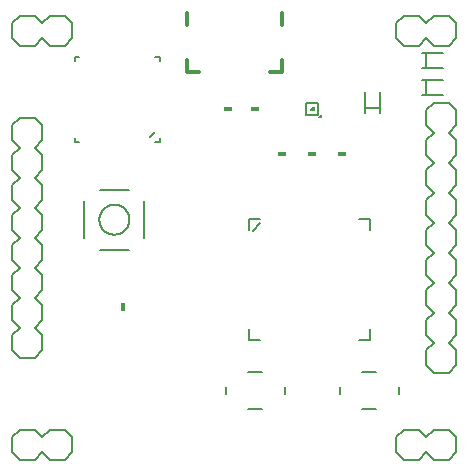
<source format=gto>
G75*
%MOIN*%
%OFA0B0*%
%FSLAX25Y25*%
%IPPOS*%
%LPD*%
%AMOC8*
5,1,8,0,0,1.08239X$1,22.5*
%
%ADD10C,0.00500*%
%ADD11C,0.00800*%
%ADD12C,0.01200*%
%ADD13R,0.01800X0.03000*%
%ADD14R,0.03000X0.01800*%
%ADD15C,0.00600*%
D10*
X0406500Y0321500D02*
X0410500Y0321500D01*
X0410500Y0325500D01*
X0406500Y0325500D01*
X0406500Y0321500D01*
X0408106Y0323106D02*
X0408894Y0323106D01*
X0408894Y0323894D01*
X0408106Y0323106D01*
X0410665Y0320547D02*
X0411453Y0320547D01*
X0411453Y0321335D01*
D11*
X0308500Y0209000D02*
X0311000Y0206500D01*
X0316000Y0206500D01*
X0318500Y0209000D01*
X0321000Y0206500D01*
X0326000Y0206500D01*
X0328500Y0209000D01*
X0328500Y0214000D01*
X0326000Y0216500D01*
X0321000Y0216500D01*
X0318500Y0214000D01*
X0316000Y0216500D01*
X0311000Y0216500D01*
X0308500Y0214000D01*
X0308500Y0209000D01*
X0311000Y0240500D02*
X0308500Y0243000D01*
X0308500Y0248000D01*
X0311000Y0250500D01*
X0308500Y0253000D01*
X0308500Y0258000D01*
X0311000Y0260500D01*
X0308500Y0263000D01*
X0308500Y0268000D01*
X0311000Y0270500D01*
X0308500Y0273000D01*
X0308500Y0278000D01*
X0311000Y0280500D01*
X0308500Y0283000D01*
X0308500Y0288000D01*
X0311000Y0290500D01*
X0308500Y0293000D01*
X0308500Y0298000D01*
X0311000Y0300500D01*
X0308500Y0303000D01*
X0308500Y0308000D01*
X0311000Y0310500D01*
X0308500Y0313000D01*
X0308500Y0318000D01*
X0311000Y0320500D01*
X0316000Y0320500D01*
X0318500Y0318000D01*
X0318500Y0313000D01*
X0316000Y0310500D01*
X0318500Y0308000D01*
X0318500Y0303000D01*
X0316000Y0300500D01*
X0318500Y0298000D01*
X0318500Y0293000D01*
X0316000Y0290500D01*
X0318500Y0288000D01*
X0318500Y0283000D01*
X0316000Y0280500D01*
X0318500Y0278000D01*
X0318500Y0273000D01*
X0316000Y0270500D01*
X0318500Y0268000D01*
X0318500Y0263000D01*
X0316000Y0260500D01*
X0318500Y0258000D01*
X0318500Y0253000D01*
X0316000Y0250500D01*
X0318500Y0248000D01*
X0318500Y0243000D01*
X0316000Y0240500D01*
X0311000Y0240500D01*
X0337618Y0276500D02*
X0347382Y0276500D01*
X0352500Y0280437D02*
X0352500Y0292563D01*
X0347500Y0296500D02*
X0337618Y0296500D01*
X0332500Y0292563D02*
X0332500Y0280437D01*
X0337500Y0286500D02*
X0337502Y0286641D01*
X0337508Y0286782D01*
X0337518Y0286922D01*
X0337532Y0287062D01*
X0337550Y0287202D01*
X0337571Y0287341D01*
X0337597Y0287480D01*
X0337626Y0287618D01*
X0337660Y0287754D01*
X0337697Y0287890D01*
X0337738Y0288025D01*
X0337783Y0288159D01*
X0337832Y0288291D01*
X0337884Y0288422D01*
X0337940Y0288551D01*
X0338000Y0288678D01*
X0338063Y0288804D01*
X0338129Y0288928D01*
X0338200Y0289051D01*
X0338273Y0289171D01*
X0338350Y0289289D01*
X0338430Y0289405D01*
X0338514Y0289518D01*
X0338600Y0289629D01*
X0338690Y0289738D01*
X0338783Y0289844D01*
X0338878Y0289947D01*
X0338977Y0290048D01*
X0339078Y0290146D01*
X0339182Y0290241D01*
X0339289Y0290333D01*
X0339398Y0290422D01*
X0339510Y0290507D01*
X0339624Y0290590D01*
X0339740Y0290670D01*
X0339859Y0290746D01*
X0339980Y0290818D01*
X0340102Y0290888D01*
X0340227Y0290953D01*
X0340353Y0291016D01*
X0340481Y0291074D01*
X0340611Y0291129D01*
X0340742Y0291181D01*
X0340875Y0291228D01*
X0341009Y0291272D01*
X0341144Y0291313D01*
X0341280Y0291349D01*
X0341417Y0291381D01*
X0341555Y0291410D01*
X0341693Y0291435D01*
X0341833Y0291455D01*
X0341973Y0291472D01*
X0342113Y0291485D01*
X0342254Y0291494D01*
X0342394Y0291499D01*
X0342535Y0291500D01*
X0342676Y0291497D01*
X0342817Y0291490D01*
X0342957Y0291479D01*
X0343097Y0291464D01*
X0343237Y0291445D01*
X0343376Y0291423D01*
X0343514Y0291396D01*
X0343652Y0291366D01*
X0343788Y0291331D01*
X0343924Y0291293D01*
X0344058Y0291251D01*
X0344192Y0291205D01*
X0344324Y0291156D01*
X0344454Y0291102D01*
X0344583Y0291045D01*
X0344710Y0290985D01*
X0344836Y0290921D01*
X0344959Y0290853D01*
X0345081Y0290782D01*
X0345201Y0290708D01*
X0345318Y0290630D01*
X0345433Y0290549D01*
X0345546Y0290465D01*
X0345657Y0290378D01*
X0345765Y0290287D01*
X0345870Y0290194D01*
X0345973Y0290097D01*
X0346073Y0289998D01*
X0346170Y0289896D01*
X0346264Y0289791D01*
X0346355Y0289684D01*
X0346443Y0289574D01*
X0346528Y0289462D01*
X0346610Y0289347D01*
X0346689Y0289230D01*
X0346764Y0289111D01*
X0346836Y0288990D01*
X0346904Y0288867D01*
X0346969Y0288742D01*
X0347031Y0288615D01*
X0347088Y0288486D01*
X0347143Y0288356D01*
X0347193Y0288225D01*
X0347240Y0288092D01*
X0347283Y0287958D01*
X0347322Y0287822D01*
X0347357Y0287686D01*
X0347389Y0287549D01*
X0347416Y0287411D01*
X0347440Y0287272D01*
X0347460Y0287132D01*
X0347476Y0286992D01*
X0347488Y0286852D01*
X0347496Y0286711D01*
X0347500Y0286570D01*
X0347500Y0286430D01*
X0347496Y0286289D01*
X0347488Y0286148D01*
X0347476Y0286008D01*
X0347460Y0285868D01*
X0347440Y0285728D01*
X0347416Y0285589D01*
X0347389Y0285451D01*
X0347357Y0285314D01*
X0347322Y0285178D01*
X0347283Y0285042D01*
X0347240Y0284908D01*
X0347193Y0284775D01*
X0347143Y0284644D01*
X0347088Y0284514D01*
X0347031Y0284385D01*
X0346969Y0284258D01*
X0346904Y0284133D01*
X0346836Y0284010D01*
X0346764Y0283889D01*
X0346689Y0283770D01*
X0346610Y0283653D01*
X0346528Y0283538D01*
X0346443Y0283426D01*
X0346355Y0283316D01*
X0346264Y0283209D01*
X0346170Y0283104D01*
X0346073Y0283002D01*
X0345973Y0282903D01*
X0345870Y0282806D01*
X0345765Y0282713D01*
X0345657Y0282622D01*
X0345546Y0282535D01*
X0345433Y0282451D01*
X0345318Y0282370D01*
X0345201Y0282292D01*
X0345081Y0282218D01*
X0344959Y0282147D01*
X0344836Y0282079D01*
X0344710Y0282015D01*
X0344583Y0281955D01*
X0344454Y0281898D01*
X0344324Y0281844D01*
X0344192Y0281795D01*
X0344058Y0281749D01*
X0343924Y0281707D01*
X0343788Y0281669D01*
X0343652Y0281634D01*
X0343514Y0281604D01*
X0343376Y0281577D01*
X0343237Y0281555D01*
X0343097Y0281536D01*
X0342957Y0281521D01*
X0342817Y0281510D01*
X0342676Y0281503D01*
X0342535Y0281500D01*
X0342394Y0281501D01*
X0342254Y0281506D01*
X0342113Y0281515D01*
X0341973Y0281528D01*
X0341833Y0281545D01*
X0341693Y0281565D01*
X0341555Y0281590D01*
X0341417Y0281619D01*
X0341280Y0281651D01*
X0341144Y0281687D01*
X0341009Y0281728D01*
X0340875Y0281772D01*
X0340742Y0281819D01*
X0340611Y0281871D01*
X0340481Y0281926D01*
X0340353Y0281984D01*
X0340227Y0282047D01*
X0340102Y0282112D01*
X0339980Y0282182D01*
X0339859Y0282254D01*
X0339740Y0282330D01*
X0339624Y0282410D01*
X0339510Y0282493D01*
X0339398Y0282578D01*
X0339289Y0282667D01*
X0339182Y0282759D01*
X0339078Y0282854D01*
X0338977Y0282952D01*
X0338878Y0283053D01*
X0338783Y0283156D01*
X0338690Y0283262D01*
X0338600Y0283371D01*
X0338514Y0283482D01*
X0338430Y0283595D01*
X0338350Y0283711D01*
X0338273Y0283829D01*
X0338200Y0283949D01*
X0338129Y0284072D01*
X0338063Y0284196D01*
X0338000Y0284322D01*
X0337940Y0284449D01*
X0337884Y0284578D01*
X0337832Y0284709D01*
X0337783Y0284841D01*
X0337738Y0284975D01*
X0337697Y0285110D01*
X0337660Y0285246D01*
X0337626Y0285382D01*
X0337597Y0285520D01*
X0337571Y0285659D01*
X0337550Y0285798D01*
X0337532Y0285938D01*
X0337518Y0286078D01*
X0337508Y0286218D01*
X0337502Y0286359D01*
X0337500Y0286500D01*
X0326000Y0344500D02*
X0321000Y0344500D01*
X0318500Y0347000D01*
X0316000Y0344500D01*
X0311000Y0344500D01*
X0308500Y0347000D01*
X0308500Y0352000D01*
X0311000Y0354500D01*
X0316000Y0354500D01*
X0318500Y0352000D01*
X0321000Y0354500D01*
X0326000Y0354500D01*
X0328500Y0352000D01*
X0328500Y0347000D01*
X0326000Y0344500D01*
X0425941Y0329043D02*
X0425941Y0323531D01*
X0431059Y0323531D01*
X0431059Y0329043D01*
X0431059Y0323531D02*
X0431059Y0321957D01*
X0425941Y0321957D02*
X0425941Y0323531D01*
X0444957Y0327941D02*
X0446531Y0327941D01*
X0446531Y0333059D01*
X0452043Y0333059D01*
X0452043Y0336941D02*
X0446531Y0336941D01*
X0446531Y0342059D01*
X0452043Y0342059D01*
X0454000Y0344500D02*
X0449000Y0344500D01*
X0446500Y0347000D01*
X0444000Y0344500D01*
X0439000Y0344500D01*
X0436500Y0347000D01*
X0436500Y0352000D01*
X0439000Y0354500D01*
X0444000Y0354500D01*
X0446500Y0352000D01*
X0449000Y0354500D01*
X0454000Y0354500D01*
X0456500Y0352000D01*
X0456500Y0347000D01*
X0454000Y0344500D01*
X0446531Y0342059D02*
X0444957Y0342059D01*
X0444957Y0336941D02*
X0446531Y0336941D01*
X0446531Y0333059D02*
X0444957Y0333059D01*
X0446531Y0327941D02*
X0452043Y0327941D01*
X0454000Y0325500D02*
X0449000Y0325500D01*
X0446500Y0323000D01*
X0446500Y0318000D01*
X0449000Y0315500D01*
X0446500Y0313000D01*
X0446500Y0308000D01*
X0449000Y0305500D01*
X0446500Y0303000D01*
X0446500Y0298000D01*
X0449000Y0295500D01*
X0446500Y0293000D01*
X0446500Y0288000D01*
X0449000Y0285500D01*
X0446500Y0283000D01*
X0446500Y0278000D01*
X0449000Y0275500D01*
X0446500Y0273000D01*
X0446500Y0268000D01*
X0449000Y0265500D01*
X0446500Y0263000D01*
X0446500Y0258000D01*
X0449000Y0255500D01*
X0446500Y0253000D01*
X0446500Y0248000D01*
X0449000Y0245500D01*
X0446500Y0243000D01*
X0446500Y0238000D01*
X0449000Y0235500D01*
X0454000Y0235500D01*
X0456500Y0238000D01*
X0456500Y0243000D01*
X0454000Y0245500D01*
X0456500Y0248000D01*
X0456500Y0253000D01*
X0454000Y0255500D01*
X0456500Y0258000D01*
X0456500Y0263000D01*
X0454000Y0265500D01*
X0456500Y0268000D01*
X0456500Y0273000D01*
X0454000Y0275500D01*
X0456500Y0278000D01*
X0456500Y0283000D01*
X0454000Y0285500D01*
X0456500Y0288000D01*
X0456500Y0293000D01*
X0454000Y0295500D01*
X0456500Y0298000D01*
X0456500Y0303000D01*
X0454000Y0305500D01*
X0456500Y0308000D01*
X0456500Y0313000D01*
X0454000Y0315500D01*
X0456500Y0318000D01*
X0456500Y0323000D01*
X0454000Y0325500D01*
X0429862Y0235799D02*
X0425138Y0235799D01*
X0417657Y0230681D02*
X0417657Y0228319D01*
X0425138Y0223201D02*
X0429862Y0223201D01*
X0437343Y0228319D02*
X0437343Y0230681D01*
X0439000Y0216500D02*
X0436500Y0214000D01*
X0436500Y0209000D01*
X0439000Y0206500D01*
X0444000Y0206500D01*
X0446500Y0209000D01*
X0449000Y0206500D01*
X0454000Y0206500D01*
X0456500Y0209000D01*
X0456500Y0214000D01*
X0454000Y0216500D01*
X0449000Y0216500D01*
X0446500Y0214000D01*
X0444000Y0216500D01*
X0439000Y0216500D01*
X0399343Y0228319D02*
X0399343Y0230681D01*
X0391862Y0235799D02*
X0387138Y0235799D01*
X0379657Y0230681D02*
X0379657Y0228319D01*
X0387138Y0223201D02*
X0391862Y0223201D01*
D12*
X0394311Y0335689D02*
X0398248Y0335689D01*
X0398220Y0335760D02*
X0398220Y0339626D01*
X0398248Y0339626D01*
X0398248Y0351437D02*
X0398248Y0355374D01*
X0366752Y0355374D02*
X0366752Y0351437D01*
X0366752Y0339626D02*
X0366752Y0335689D01*
X0370689Y0335689D01*
D13*
X0345500Y0257500D03*
D14*
X0398500Y0308500D03*
X0408500Y0308500D03*
X0418500Y0308500D03*
X0389500Y0323500D03*
X0380500Y0323500D03*
D15*
X0357700Y0313800D02*
X0357700Y0312300D01*
X0356200Y0312300D01*
X0354400Y0314100D02*
X0355900Y0315600D01*
X0330800Y0312300D02*
X0329300Y0312300D01*
X0329300Y0313800D01*
X0329300Y0339200D02*
X0329300Y0340700D01*
X0330800Y0340700D01*
X0356200Y0340700D02*
X0357700Y0340700D01*
X0357700Y0339200D01*
X0387400Y0286600D02*
X0387400Y0283100D01*
X0388700Y0282800D02*
X0391200Y0285300D01*
X0390900Y0286600D02*
X0387400Y0286600D01*
X0424100Y0286600D02*
X0427600Y0286600D01*
X0427600Y0283100D01*
X0427600Y0249900D02*
X0427600Y0246400D01*
X0424100Y0246400D01*
X0390900Y0246400D02*
X0387400Y0246400D01*
X0387400Y0249900D01*
M02*

</source>
